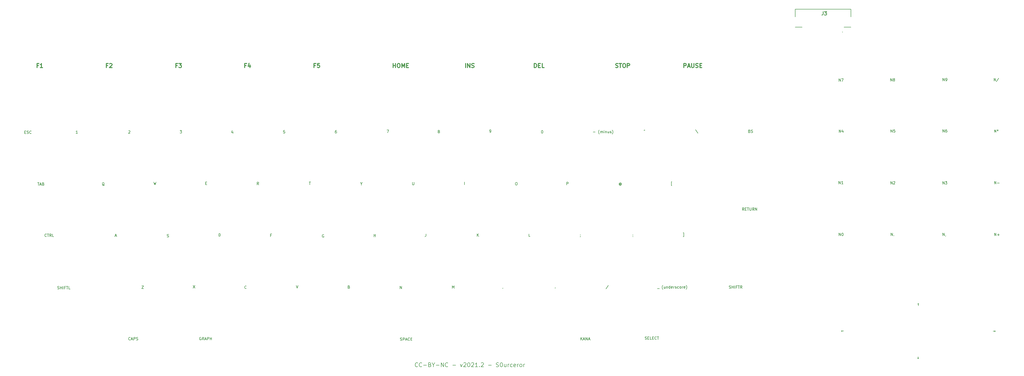
<source format=gbr>
%TF.GenerationSoftware,KiCad,Pcbnew,(6.0.0-rc1-114-gb471945224)*%
%TF.CreationDate,2023-01-31T08:44:57+01:00*%
%TF.ProjectId,HB-F1XD-keyboard,48422d46-3158-4442-9d6b-6579626f6172,1*%
%TF.SameCoordinates,Original*%
%TF.FileFunction,Legend,Top*%
%TF.FilePolarity,Positive*%
%FSLAX46Y46*%
G04 Gerber Fmt 4.6, Leading zero omitted, Abs format (unit mm)*
G04 Created by KiCad (PCBNEW (6.0.0-rc1-114-gb471945224)) date 2023-01-31 08:44:57*
%MOMM*%
%LPD*%
G01*
G04 APERTURE LIST*
%ADD10C,0.150000*%
%ADD11C,0.200000*%
%ADD12C,0.300000*%
%ADD13C,0.254000*%
G04 APERTURE END LIST*
D10*
X173226428Y-206275714D02*
X173155000Y-206347142D01*
X172940714Y-206418571D01*
X172797857Y-206418571D01*
X172583571Y-206347142D01*
X172440714Y-206204285D01*
X172369285Y-206061428D01*
X172297857Y-205775714D01*
X172297857Y-205561428D01*
X172369285Y-205275714D01*
X172440714Y-205132857D01*
X172583571Y-204990000D01*
X172797857Y-204918571D01*
X172940714Y-204918571D01*
X173155000Y-204990000D01*
X173226428Y-205061428D01*
X174726428Y-206275714D02*
X174655000Y-206347142D01*
X174440714Y-206418571D01*
X174297857Y-206418571D01*
X174083571Y-206347142D01*
X173940714Y-206204285D01*
X173869285Y-206061428D01*
X173797857Y-205775714D01*
X173797857Y-205561428D01*
X173869285Y-205275714D01*
X173940714Y-205132857D01*
X174083571Y-204990000D01*
X174297857Y-204918571D01*
X174440714Y-204918571D01*
X174655000Y-204990000D01*
X174726428Y-205061428D01*
X175369285Y-205847142D02*
X176512142Y-205847142D01*
X177726428Y-205632857D02*
X177940714Y-205704285D01*
X178012142Y-205775714D01*
X178083571Y-205918571D01*
X178083571Y-206132857D01*
X178012142Y-206275714D01*
X177940714Y-206347142D01*
X177797857Y-206418571D01*
X177226428Y-206418571D01*
X177226428Y-204918571D01*
X177726428Y-204918571D01*
X177869285Y-204990000D01*
X177940714Y-205061428D01*
X178012142Y-205204285D01*
X178012142Y-205347142D01*
X177940714Y-205490000D01*
X177869285Y-205561428D01*
X177726428Y-205632857D01*
X177226428Y-205632857D01*
X179012142Y-205704285D02*
X179012142Y-206418571D01*
X178512142Y-204918571D02*
X179012142Y-205704285D01*
X179512142Y-204918571D01*
X180012142Y-205847142D02*
X181155000Y-205847142D01*
X181869285Y-206418571D02*
X181869285Y-204918571D01*
X182726428Y-206418571D01*
X182726428Y-204918571D01*
X184297857Y-206275714D02*
X184226428Y-206347142D01*
X184012142Y-206418571D01*
X183869285Y-206418571D01*
X183655000Y-206347142D01*
X183512142Y-206204285D01*
X183440714Y-206061428D01*
X183369285Y-205775714D01*
X183369285Y-205561428D01*
X183440714Y-205275714D01*
X183512142Y-205132857D01*
X183655000Y-204990000D01*
X183869285Y-204918571D01*
X184012142Y-204918571D01*
X184226428Y-204990000D01*
X184297857Y-205061428D01*
X186083571Y-205847142D02*
X187226428Y-205847142D01*
X188940714Y-205418571D02*
X189297857Y-206418571D01*
X189655000Y-205418571D01*
X190155000Y-205061428D02*
X190226428Y-204990000D01*
X190369285Y-204918571D01*
X190726428Y-204918571D01*
X190869285Y-204990000D01*
X190940714Y-205061428D01*
X191012142Y-205204285D01*
X191012142Y-205347142D01*
X190940714Y-205561428D01*
X190083571Y-206418571D01*
X191012142Y-206418571D01*
X191940714Y-204918571D02*
X192083571Y-204918571D01*
X192226428Y-204990000D01*
X192297857Y-205061428D01*
X192369285Y-205204285D01*
X192440714Y-205490000D01*
X192440714Y-205847142D01*
X192369285Y-206132857D01*
X192297857Y-206275714D01*
X192226428Y-206347142D01*
X192083571Y-206418571D01*
X191940714Y-206418571D01*
X191797857Y-206347142D01*
X191726428Y-206275714D01*
X191655000Y-206132857D01*
X191583571Y-205847142D01*
X191583571Y-205490000D01*
X191655000Y-205204285D01*
X191726428Y-205061428D01*
X191797857Y-204990000D01*
X191940714Y-204918571D01*
X193012142Y-205061428D02*
X193083571Y-204990000D01*
X193226428Y-204918571D01*
X193583571Y-204918571D01*
X193726428Y-204990000D01*
X193797857Y-205061428D01*
X193869285Y-205204285D01*
X193869285Y-205347142D01*
X193797857Y-205561428D01*
X192940714Y-206418571D01*
X193869285Y-206418571D01*
X195297857Y-206418571D02*
X194440714Y-206418571D01*
X194869285Y-206418571D02*
X194869285Y-204918571D01*
X194726428Y-205132857D01*
X194583571Y-205275714D01*
X194440714Y-205347142D01*
X195940714Y-206275714D02*
X196012142Y-206347142D01*
X195940714Y-206418571D01*
X195869285Y-206347142D01*
X195940714Y-206275714D01*
X195940714Y-206418571D01*
X196583571Y-205061428D02*
X196655000Y-204990000D01*
X196797857Y-204918571D01*
X197155000Y-204918571D01*
X197297857Y-204990000D01*
X197369285Y-205061428D01*
X197440714Y-205204285D01*
X197440714Y-205347142D01*
X197369285Y-205561428D01*
X196512142Y-206418571D01*
X197440714Y-206418571D01*
X199226428Y-205847142D02*
X200369285Y-205847142D01*
X202155000Y-206347142D02*
X202369285Y-206418571D01*
X202726428Y-206418571D01*
X202869285Y-206347142D01*
X202940714Y-206275714D01*
X203012142Y-206132857D01*
X203012142Y-205990000D01*
X202940714Y-205847142D01*
X202869285Y-205775714D01*
X202726428Y-205704285D01*
X202440714Y-205632857D01*
X202297857Y-205561428D01*
X202226428Y-205490000D01*
X202155000Y-205347142D01*
X202155000Y-205204285D01*
X202226428Y-205061428D01*
X202297857Y-204990000D01*
X202440714Y-204918571D01*
X202797857Y-204918571D01*
X203012142Y-204990000D01*
X203940714Y-204918571D02*
X204083571Y-204918571D01*
X204226428Y-204990000D01*
X204297857Y-205061428D01*
X204369285Y-205204285D01*
X204440714Y-205490000D01*
X204440714Y-205847142D01*
X204369285Y-206132857D01*
X204297857Y-206275714D01*
X204226428Y-206347142D01*
X204083571Y-206418571D01*
X203940714Y-206418571D01*
X203797857Y-206347142D01*
X203726428Y-206275714D01*
X203655000Y-206132857D01*
X203583571Y-205847142D01*
X203583571Y-205490000D01*
X203655000Y-205204285D01*
X203726428Y-205061428D01*
X203797857Y-204990000D01*
X203940714Y-204918571D01*
X205726428Y-205418571D02*
X205726428Y-206418571D01*
X205083571Y-205418571D02*
X205083571Y-206204285D01*
X205155000Y-206347142D01*
X205297857Y-206418571D01*
X205512142Y-206418571D01*
X205655000Y-206347142D01*
X205726428Y-206275714D01*
X206440714Y-206418571D02*
X206440714Y-205418571D01*
X206440714Y-205704285D02*
X206512142Y-205561428D01*
X206583571Y-205490000D01*
X206726428Y-205418571D01*
X206869285Y-205418571D01*
X208012142Y-206347142D02*
X207869285Y-206418571D01*
X207583571Y-206418571D01*
X207440714Y-206347142D01*
X207369285Y-206275714D01*
X207297857Y-206132857D01*
X207297857Y-205704285D01*
X207369285Y-205561428D01*
X207440714Y-205490000D01*
X207583571Y-205418571D01*
X207869285Y-205418571D01*
X208012142Y-205490000D01*
X209226428Y-206347142D02*
X209083571Y-206418571D01*
X208797857Y-206418571D01*
X208655000Y-206347142D01*
X208583571Y-206204285D01*
X208583571Y-205632857D01*
X208655000Y-205490000D01*
X208797857Y-205418571D01*
X209083571Y-205418571D01*
X209226428Y-205490000D01*
X209297857Y-205632857D01*
X209297857Y-205775714D01*
X208583571Y-205918571D01*
X209940714Y-206418571D02*
X209940714Y-205418571D01*
X209940714Y-205704285D02*
X210012142Y-205561428D01*
X210083571Y-205490000D01*
X210226428Y-205418571D01*
X210369285Y-205418571D01*
X211083571Y-206418571D02*
X210940714Y-206347142D01*
X210869285Y-206275714D01*
X210797857Y-206132857D01*
X210797857Y-205704285D01*
X210869285Y-205561428D01*
X210940714Y-205490000D01*
X211083571Y-205418571D01*
X211297857Y-205418571D01*
X211440714Y-205490000D01*
X211512142Y-205561428D01*
X211583571Y-205704285D01*
X211583571Y-206132857D01*
X211512142Y-206275714D01*
X211440714Y-206347142D01*
X211297857Y-206418571D01*
X211083571Y-206418571D01*
X212226428Y-206418571D02*
X212226428Y-205418571D01*
X212226428Y-205704285D02*
X212297857Y-205561428D01*
X212369285Y-205490000D01*
X212512142Y-205418571D01*
X212655000Y-205418571D01*
D11*
%TO.C,SW1*%
X218954257Y-119395154D02*
X219049495Y-119395154D01*
X219144733Y-119442774D01*
X219192352Y-119490393D01*
X219239971Y-119585631D01*
X219287590Y-119776107D01*
X219287590Y-120014202D01*
X219239971Y-120204678D01*
X219192352Y-120299916D01*
X219144733Y-120347535D01*
X219049495Y-120395154D01*
X218954257Y-120395154D01*
X218859019Y-120347535D01*
X218811400Y-120299916D01*
X218763781Y-120204678D01*
X218716162Y-120014202D01*
X218716162Y-119776107D01*
X218763781Y-119585631D01*
X218811400Y-119490393D01*
X218859019Y-119442774D01*
X218954257Y-119395154D01*
%TO.C,SW3*%
X66876887Y-119542605D02*
X66924506Y-119494986D01*
X67019744Y-119447366D01*
X67257839Y-119447366D01*
X67353077Y-119494986D01*
X67400696Y-119542605D01*
X67448315Y-119637843D01*
X67448315Y-119733081D01*
X67400696Y-119875938D01*
X66829268Y-120447366D01*
X67448315Y-120447366D01*
%TO.C,SW4*%
X85777660Y-119364259D02*
X86396707Y-119364259D01*
X86063374Y-119745212D01*
X86206231Y-119745212D01*
X86301469Y-119792831D01*
X86349088Y-119840450D01*
X86396707Y-119935688D01*
X86396707Y-120173783D01*
X86349088Y-120269021D01*
X86301469Y-120316640D01*
X86206231Y-120364259D01*
X85920517Y-120364259D01*
X85825279Y-120316640D01*
X85777660Y-120269021D01*
%TO.C,SW2*%
X48125941Y-120447366D02*
X47554513Y-120447366D01*
X47840227Y-120447366D02*
X47840227Y-119447366D01*
X47744989Y-119590224D01*
X47649751Y-119685462D01*
X47554513Y-119733081D01*
D12*
%TO.C,SW89*%
X271139987Y-96256928D02*
X271139987Y-94732928D01*
X271720559Y-94732928D01*
X271865702Y-94805500D01*
X271938273Y-94878071D01*
X272010844Y-95023214D01*
X272010844Y-95240928D01*
X271938273Y-95386071D01*
X271865702Y-95458642D01*
X271720559Y-95531214D01*
X271139987Y-95531214D01*
X272591416Y-95821500D02*
X273317130Y-95821500D01*
X272446273Y-96256928D02*
X272954273Y-94732928D01*
X273462273Y-96256928D01*
X273970273Y-94732928D02*
X273970273Y-95966642D01*
X274042844Y-96111785D01*
X274115416Y-96184357D01*
X274260559Y-96256928D01*
X274550844Y-96256928D01*
X274695987Y-96184357D01*
X274768559Y-96111785D01*
X274841130Y-95966642D01*
X274841130Y-94732928D01*
X275494273Y-96184357D02*
X275711987Y-96256928D01*
X276074844Y-96256928D01*
X276219987Y-96184357D01*
X276292559Y-96111785D01*
X276365130Y-95966642D01*
X276365130Y-95821500D01*
X276292559Y-95676357D01*
X276219987Y-95603785D01*
X276074844Y-95531214D01*
X275784559Y-95458642D01*
X275639416Y-95386071D01*
X275566844Y-95313500D01*
X275494273Y-95168357D01*
X275494273Y-95023214D01*
X275566844Y-94878071D01*
X275639416Y-94805500D01*
X275784559Y-94732928D01*
X276147416Y-94732928D01*
X276365130Y-94805500D01*
X277018273Y-95458642D02*
X277526273Y-95458642D01*
X277743987Y-96256928D02*
X277018273Y-96256928D01*
X277018273Y-94732928D01*
X277743987Y-94732928D01*
%TO.C,SW68*%
X216128728Y-96256928D02*
X216128728Y-94732928D01*
X216491585Y-94732928D01*
X216709299Y-94805500D01*
X216854442Y-94950642D01*
X216927014Y-95095785D01*
X216999585Y-95386071D01*
X216999585Y-95603785D01*
X216927014Y-95894071D01*
X216854442Y-96039214D01*
X216709299Y-96184357D01*
X216491585Y-96256928D01*
X216128728Y-96256928D01*
X217652728Y-95458642D02*
X218160728Y-95458642D01*
X218378442Y-96256928D02*
X217652728Y-96256928D01*
X217652728Y-94732928D01*
X218378442Y-94732928D01*
X219757299Y-96256928D02*
X219031585Y-96256928D01*
X219031585Y-94732928D01*
%TO.C,SW67*%
X190836400Y-96256928D02*
X190836400Y-94732928D01*
X191562114Y-96256928D02*
X191562114Y-94732928D01*
X192432971Y-96256928D01*
X192432971Y-94732928D01*
X193086114Y-96184357D02*
X193303828Y-96256928D01*
X193666685Y-96256928D01*
X193811828Y-96184357D01*
X193884400Y-96111785D01*
X193956971Y-95966642D01*
X193956971Y-95821500D01*
X193884400Y-95676357D01*
X193811828Y-95603785D01*
X193666685Y-95531214D01*
X193376400Y-95458642D01*
X193231257Y-95386071D01*
X193158685Y-95313500D01*
X193086114Y-95168357D01*
X193086114Y-95023214D01*
X193158685Y-94878071D01*
X193231257Y-94805500D01*
X193376400Y-94732928D01*
X193739257Y-94732928D01*
X193956971Y-94805500D01*
%TO.C,SW66*%
X164211000Y-96256928D02*
X164211000Y-94732928D01*
X164211000Y-95458642D02*
X165081857Y-95458642D01*
X165081857Y-96256928D02*
X165081857Y-94732928D01*
X166097857Y-94732928D02*
X166388142Y-94732928D01*
X166533285Y-94805500D01*
X166678428Y-94950642D01*
X166751000Y-95240928D01*
X166751000Y-95748928D01*
X166678428Y-96039214D01*
X166533285Y-96184357D01*
X166388142Y-96256928D01*
X166097857Y-96256928D01*
X165952714Y-96184357D01*
X165807571Y-96039214D01*
X165735000Y-95748928D01*
X165735000Y-95240928D01*
X165807571Y-94950642D01*
X165952714Y-94805500D01*
X166097857Y-94732928D01*
X167404142Y-96256928D02*
X167404142Y-94732928D01*
X167912142Y-95821500D01*
X168420142Y-94732928D01*
X168420142Y-96256928D01*
X169145857Y-95458642D02*
X169653857Y-95458642D01*
X169871571Y-96256928D02*
X169145857Y-96256928D01*
X169145857Y-94732928D01*
X169871571Y-94732928D01*
%TO.C,SW61*%
X246054967Y-96184357D02*
X246272681Y-96256928D01*
X246635538Y-96256928D01*
X246780681Y-96184357D01*
X246853253Y-96111785D01*
X246925824Y-95966642D01*
X246925824Y-95821500D01*
X246853253Y-95676357D01*
X246780681Y-95603785D01*
X246635538Y-95531214D01*
X246345253Y-95458642D01*
X246200110Y-95386071D01*
X246127538Y-95313500D01*
X246054967Y-95168357D01*
X246054967Y-95023214D01*
X246127538Y-94878071D01*
X246200110Y-94805500D01*
X246345253Y-94732928D01*
X246708110Y-94732928D01*
X246925824Y-94805500D01*
X247361253Y-94732928D02*
X248232110Y-94732928D01*
X247796681Y-96256928D02*
X247796681Y-94732928D01*
X249030395Y-94732928D02*
X249320681Y-94732928D01*
X249465824Y-94805500D01*
X249610967Y-94950642D01*
X249683538Y-95240928D01*
X249683538Y-95748928D01*
X249610967Y-96039214D01*
X249465824Y-96184357D01*
X249320681Y-96256928D01*
X249030395Y-96256928D01*
X248885253Y-96184357D01*
X248740110Y-96039214D01*
X248667538Y-95748928D01*
X248667538Y-95240928D01*
X248740110Y-94950642D01*
X248885253Y-94805500D01*
X249030395Y-94732928D01*
X250336681Y-96256928D02*
X250336681Y-94732928D01*
X250917253Y-94732928D01*
X251062395Y-94805500D01*
X251134967Y-94878071D01*
X251207538Y-95023214D01*
X251207538Y-95240928D01*
X251134967Y-95386071D01*
X251062395Y-95458642D01*
X250917253Y-95531214D01*
X250336681Y-95531214D01*
%TO.C,SW58*%
X135594337Y-95458642D02*
X135086337Y-95458642D01*
X135086337Y-96256928D02*
X135086337Y-94732928D01*
X135812051Y-94732928D01*
X137118337Y-94732928D02*
X136392622Y-94732928D01*
X136320051Y-95458642D01*
X136392622Y-95386071D01*
X136537765Y-95313500D01*
X136900622Y-95313500D01*
X137045765Y-95386071D01*
X137118337Y-95458642D01*
X137190908Y-95603785D01*
X137190908Y-95966642D01*
X137118337Y-96111785D01*
X137045765Y-96184357D01*
X136900622Y-96256928D01*
X136537765Y-96256928D01*
X136392622Y-96184357D01*
X136320051Y-96111785D01*
%TO.C,SW57*%
X110109931Y-95458642D02*
X109601931Y-95458642D01*
X109601931Y-96256928D02*
X109601931Y-94732928D01*
X110327645Y-94732928D01*
X111561359Y-95240928D02*
X111561359Y-96256928D01*
X111198502Y-94660357D02*
X110835645Y-95748928D01*
X111779073Y-95748928D01*
D13*
%TO.C,J3*%
X322311616Y-75610793D02*
X322311616Y-76517936D01*
X322251140Y-76699365D01*
X322130188Y-76820317D01*
X321948759Y-76880793D01*
X321827807Y-76880793D01*
X322795426Y-75610793D02*
X323581616Y-75610793D01*
X323158283Y-76094603D01*
X323339711Y-76094603D01*
X323460664Y-76155079D01*
X323521140Y-76215555D01*
X323581616Y-76336508D01*
X323581616Y-76638889D01*
X323521140Y-76759841D01*
X323460664Y-76820317D01*
X323339711Y-76880793D01*
X322976854Y-76880793D01*
X322855902Y-76820317D01*
X322795426Y-76759841D01*
D11*
%TO.C,SW39*%
X57942627Y-139665346D02*
X57847389Y-139617727D01*
X57752151Y-139522488D01*
X57609294Y-139379631D01*
X57514056Y-139332012D01*
X57418818Y-139332012D01*
X57466437Y-139570107D02*
X57371199Y-139522488D01*
X57275961Y-139427250D01*
X57228342Y-139236774D01*
X57228342Y-138903441D01*
X57275961Y-138712965D01*
X57371199Y-138617727D01*
X57466437Y-138570107D01*
X57656913Y-138570107D01*
X57752151Y-138617727D01*
X57847389Y-138712965D01*
X57895008Y-138903441D01*
X57895008Y-139236774D01*
X57847389Y-139427250D01*
X57752151Y-139522488D01*
X57656913Y-139570107D01*
X57466437Y-139570107D01*
%TO.C,SW91*%
X287829299Y-177493667D02*
X287972156Y-177541286D01*
X288210251Y-177541286D01*
X288305489Y-177493667D01*
X288353108Y-177446048D01*
X288400727Y-177350810D01*
X288400727Y-177255572D01*
X288353108Y-177160334D01*
X288305489Y-177112715D01*
X288210251Y-177065096D01*
X288019775Y-177017477D01*
X287924537Y-176969858D01*
X287876918Y-176922239D01*
X287829299Y-176827001D01*
X287829299Y-176731763D01*
X287876918Y-176636525D01*
X287924537Y-176588906D01*
X288019775Y-176541286D01*
X288257870Y-176541286D01*
X288400727Y-176588906D01*
X288829299Y-177541286D02*
X288829299Y-176541286D01*
X288829299Y-177017477D02*
X289400727Y-177017477D01*
X289400727Y-177541286D02*
X289400727Y-176541286D01*
X289876918Y-177541286D02*
X289876918Y-176541286D01*
X290686442Y-177017477D02*
X290353108Y-177017477D01*
X290353108Y-177541286D02*
X290353108Y-176541286D01*
X290829299Y-176541286D01*
X291067394Y-176541286D02*
X291638823Y-176541286D01*
X291353108Y-177541286D02*
X291353108Y-176541286D01*
X292543584Y-177541286D02*
X292210251Y-177065096D01*
X291972156Y-177541286D02*
X291972156Y-176541286D01*
X292353108Y-176541286D01*
X292448346Y-176588906D01*
X292495965Y-176636525D01*
X292543584Y-176731763D01*
X292543584Y-176874620D01*
X292495965Y-176969858D01*
X292448346Y-177017477D01*
X292353108Y-177065096D01*
X291972156Y-177065096D01*
%TO.C,SW5*%
X105232831Y-119784555D02*
X105232831Y-120451221D01*
X104994736Y-119403602D02*
X104756641Y-120117888D01*
X105375688Y-120117888D01*
%TO.C,SW6*%
X124329164Y-119405262D02*
X123852974Y-119405262D01*
X123805355Y-119881453D01*
X123852974Y-119833834D01*
X123948212Y-119786215D01*
X124186307Y-119786215D01*
X124281545Y-119833834D01*
X124329164Y-119881453D01*
X124376783Y-119976691D01*
X124376783Y-120214786D01*
X124329164Y-120310024D01*
X124281545Y-120357643D01*
X124186307Y-120405262D01*
X123948212Y-120405262D01*
X123852974Y-120357643D01*
X123805355Y-120310024D01*
%TO.C,SW7*%
X143332408Y-119357154D02*
X143141932Y-119357154D01*
X143046694Y-119404774D01*
X142999075Y-119452393D01*
X142903837Y-119595250D01*
X142856218Y-119785726D01*
X142856218Y-120166678D01*
X142903837Y-120261916D01*
X142951456Y-120309535D01*
X143046694Y-120357154D01*
X143237170Y-120357154D01*
X143332408Y-120309535D01*
X143380027Y-120261916D01*
X143427646Y-120166678D01*
X143427646Y-119928583D01*
X143380027Y-119833345D01*
X143332408Y-119785726D01*
X143237170Y-119738107D01*
X143046694Y-119738107D01*
X142951456Y-119785726D01*
X142903837Y-119833345D01*
X142856218Y-119928583D01*
%TO.C,SW8*%
X161907571Y-119212829D02*
X162574237Y-119212829D01*
X162145666Y-120212829D01*
%TO.C,SW9*%
X180894379Y-119748863D02*
X180799141Y-119701244D01*
X180751522Y-119653625D01*
X180703903Y-119558387D01*
X180703903Y-119510768D01*
X180751522Y-119415530D01*
X180799141Y-119367911D01*
X180894379Y-119320291D01*
X181084855Y-119320291D01*
X181180093Y-119367911D01*
X181227712Y-119415530D01*
X181275331Y-119510768D01*
X181275331Y-119558387D01*
X181227712Y-119653625D01*
X181180093Y-119701244D01*
X181084855Y-119748863D01*
X180894379Y-119748863D01*
X180799141Y-119796482D01*
X180751522Y-119844101D01*
X180703903Y-119939339D01*
X180703903Y-120129815D01*
X180751522Y-120225053D01*
X180799141Y-120272672D01*
X180894379Y-120320291D01*
X181084855Y-120320291D01*
X181180093Y-120272672D01*
X181227712Y-120225053D01*
X181275331Y-120129815D01*
X181275331Y-119939339D01*
X181227712Y-119844101D01*
X181180093Y-119796482D01*
X181084855Y-119748863D01*
%TO.C,SW10*%
X199736920Y-120134627D02*
X199927396Y-120134627D01*
X200022634Y-120087008D01*
X200070253Y-120039389D01*
X200165491Y-119896532D01*
X200213110Y-119706056D01*
X200213110Y-119325104D01*
X200165491Y-119229866D01*
X200117872Y-119182247D01*
X200022634Y-119134627D01*
X199832158Y-119134627D01*
X199736920Y-119182247D01*
X199689301Y-119229866D01*
X199641682Y-119325104D01*
X199641682Y-119563199D01*
X199689301Y-119658437D01*
X199736920Y-119706056D01*
X199832158Y-119753675D01*
X200022634Y-119753675D01*
X200117872Y-119706056D01*
X200165491Y-119658437D01*
X200213110Y-119563199D01*
%TO.C,SW11*%
X237774425Y-119957284D02*
X238536330Y-119957284D01*
X240060139Y-120719189D02*
X240012520Y-120671570D01*
X239917282Y-120528713D01*
X239869663Y-120433475D01*
X239822044Y-120290617D01*
X239774425Y-120052522D01*
X239774425Y-119862046D01*
X239822044Y-119623951D01*
X239869663Y-119481094D01*
X239917282Y-119385856D01*
X240012520Y-119242998D01*
X240060139Y-119195379D01*
X240441091Y-120338236D02*
X240441091Y-119671570D01*
X240441091Y-119766808D02*
X240488710Y-119719189D01*
X240583949Y-119671570D01*
X240726806Y-119671570D01*
X240822044Y-119719189D01*
X240869663Y-119814427D01*
X240869663Y-120338236D01*
X240869663Y-119814427D02*
X240917282Y-119719189D01*
X241012520Y-119671570D01*
X241155377Y-119671570D01*
X241250615Y-119719189D01*
X241298234Y-119814427D01*
X241298234Y-120338236D01*
X241774425Y-120338236D02*
X241774425Y-119671570D01*
X241774425Y-119338236D02*
X241726806Y-119385856D01*
X241774425Y-119433475D01*
X241822044Y-119385856D01*
X241774425Y-119338236D01*
X241774425Y-119433475D01*
X242250615Y-119671570D02*
X242250615Y-120338236D01*
X242250615Y-119766808D02*
X242298234Y-119719189D01*
X242393472Y-119671570D01*
X242536330Y-119671570D01*
X242631568Y-119719189D01*
X242679187Y-119814427D01*
X242679187Y-120338236D01*
X243583949Y-119671570D02*
X243583949Y-120338236D01*
X243155377Y-119671570D02*
X243155377Y-120195379D01*
X243202996Y-120290617D01*
X243298234Y-120338236D01*
X243441091Y-120338236D01*
X243536330Y-120290617D01*
X243583949Y-120242998D01*
X244012520Y-120290617D02*
X244107758Y-120338236D01*
X244298234Y-120338236D01*
X244393472Y-120290617D01*
X244441091Y-120195379D01*
X244441091Y-120147760D01*
X244393472Y-120052522D01*
X244298234Y-120004903D01*
X244155377Y-120004903D01*
X244060139Y-119957284D01*
X244012520Y-119862046D01*
X244012520Y-119814427D01*
X244060139Y-119719189D01*
X244155377Y-119671570D01*
X244298234Y-119671570D01*
X244393472Y-119719189D01*
X244774425Y-120719189D02*
X244822044Y-120671570D01*
X244917282Y-120528713D01*
X244964901Y-120433475D01*
X245012520Y-120290617D01*
X245060139Y-120052522D01*
X245060139Y-119862046D01*
X245012520Y-119623951D01*
X244964901Y-119481094D01*
X244917282Y-119385856D01*
X244822044Y-119242998D01*
X244774425Y-119195379D01*
%TO.C,SW12*%
X256471457Y-119376557D02*
X256661933Y-119233699D01*
X256852409Y-119376557D01*
%TO.C,SW13*%
X275469208Y-119078955D02*
X276326351Y-120364670D01*
%TO.C,SW14*%
X247962970Y-138989305D02*
X247915351Y-138941686D01*
X247820113Y-138894067D01*
X247724875Y-138894067D01*
X247629637Y-138941686D01*
X247582018Y-138989305D01*
X247534399Y-139084543D01*
X247534399Y-139179781D01*
X247582018Y-139275019D01*
X247629637Y-139322638D01*
X247724875Y-139370257D01*
X247820113Y-139370257D01*
X247915351Y-139322638D01*
X247962970Y-139275019D01*
X247962970Y-138894067D02*
X247962970Y-139275019D01*
X248010589Y-139322638D01*
X248058208Y-139322638D01*
X248153447Y-139275019D01*
X248201066Y-139179781D01*
X248201066Y-138941686D01*
X248105828Y-138798829D01*
X247962970Y-138703591D01*
X247772494Y-138655972D01*
X247582018Y-138703591D01*
X247439161Y-138798829D01*
X247343923Y-138941686D01*
X247296304Y-139132162D01*
X247343923Y-139322638D01*
X247439161Y-139465495D01*
X247582018Y-139560734D01*
X247772494Y-139608353D01*
X247962970Y-139560734D01*
X248105828Y-139465495D01*
%TO.C,SW15*%
X266759495Y-139654499D02*
X266521400Y-139654499D01*
X266521400Y-138225927D01*
X266759495Y-138225927D01*
%TO.C,SW16*%
X233105305Y-158334909D02*
X233105305Y-158382528D01*
X233057686Y-158477767D01*
X233010067Y-158525386D01*
X233057686Y-157763481D02*
X233105305Y-157811100D01*
X233057686Y-157858719D01*
X233010067Y-157811100D01*
X233057686Y-157763481D01*
X233057686Y-157858719D01*
%TO.C,SW17*%
X252383246Y-158355785D02*
X252430865Y-158403404D01*
X252383246Y-158451023D01*
X252335627Y-158403404D01*
X252383246Y-158355785D01*
X252383246Y-158451023D01*
X252383246Y-157831976D02*
X252430865Y-157879595D01*
X252383246Y-157927214D01*
X252335627Y-157879595D01*
X252383246Y-157831976D01*
X252383246Y-157927214D01*
%TO.C,SW18*%
X270906596Y-158490804D02*
X271144691Y-158490804D01*
X271144691Y-157062232D01*
X270906596Y-157062232D01*
%TO.C,SW19*%
X204569822Y-177357888D02*
X204569822Y-177405507D01*
X204522203Y-177500746D01*
X204474584Y-177548365D01*
%TO.C,SW20*%
X223812526Y-177310269D02*
X223860145Y-177357888D01*
X223812526Y-177405507D01*
X223764907Y-177357888D01*
X223812526Y-177310269D01*
X223812526Y-177405507D01*
%TO.C,SW21*%
X243382788Y-176452039D02*
X242525646Y-177737754D01*
%TO.C,SW22*%
X261383800Y-177594897D02*
X262145704Y-177594897D01*
X263431419Y-177880611D02*
X263383800Y-177832992D01*
X263288561Y-177690135D01*
X263240942Y-177594897D01*
X263193323Y-177452039D01*
X263145704Y-177213944D01*
X263145704Y-177023468D01*
X263193323Y-176785373D01*
X263240942Y-176642516D01*
X263288561Y-176547278D01*
X263383800Y-176404420D01*
X263431419Y-176356801D01*
X264240942Y-176832992D02*
X264240942Y-177499658D01*
X263812371Y-176832992D02*
X263812371Y-177356801D01*
X263859990Y-177452039D01*
X263955228Y-177499658D01*
X264098085Y-177499658D01*
X264193323Y-177452039D01*
X264240942Y-177404420D01*
X264717133Y-176832992D02*
X264717133Y-177499658D01*
X264717133Y-176928230D02*
X264764752Y-176880611D01*
X264859990Y-176832992D01*
X265002847Y-176832992D01*
X265098085Y-176880611D01*
X265145704Y-176975849D01*
X265145704Y-177499658D01*
X266050466Y-177499658D02*
X266050466Y-176499658D01*
X266050466Y-177452039D02*
X265955228Y-177499658D01*
X265764752Y-177499658D01*
X265669514Y-177452039D01*
X265621895Y-177404420D01*
X265574276Y-177309182D01*
X265574276Y-177023468D01*
X265621895Y-176928230D01*
X265669514Y-176880611D01*
X265764752Y-176832992D01*
X265955228Y-176832992D01*
X266050466Y-176880611D01*
X266907609Y-177452039D02*
X266812371Y-177499658D01*
X266621895Y-177499658D01*
X266526657Y-177452039D01*
X266479038Y-177356801D01*
X266479038Y-176975849D01*
X266526657Y-176880611D01*
X266621895Y-176832992D01*
X266812371Y-176832992D01*
X266907609Y-176880611D01*
X266955228Y-176975849D01*
X266955228Y-177071087D01*
X266479038Y-177166325D01*
X267383800Y-177499658D02*
X267383800Y-176832992D01*
X267383800Y-177023468D02*
X267431419Y-176928230D01*
X267479038Y-176880611D01*
X267574276Y-176832992D01*
X267669514Y-176832992D01*
X267955228Y-177452039D02*
X268050466Y-177499658D01*
X268240942Y-177499658D01*
X268336180Y-177452039D01*
X268383800Y-177356801D01*
X268383800Y-177309182D01*
X268336180Y-177213944D01*
X268240942Y-177166325D01*
X268098085Y-177166325D01*
X268002847Y-177118706D01*
X267955228Y-177023468D01*
X267955228Y-176975849D01*
X268002847Y-176880611D01*
X268098085Y-176832992D01*
X268240942Y-176832992D01*
X268336180Y-176880611D01*
X269240942Y-177452039D02*
X269145704Y-177499658D01*
X268955228Y-177499658D01*
X268859990Y-177452039D01*
X268812371Y-177404420D01*
X268764752Y-177309182D01*
X268764752Y-177023468D01*
X268812371Y-176928230D01*
X268859990Y-176880611D01*
X268955228Y-176832992D01*
X269145704Y-176832992D01*
X269240942Y-176880611D01*
X269812371Y-177499658D02*
X269717133Y-177452039D01*
X269669514Y-177404420D01*
X269621895Y-177309182D01*
X269621895Y-177023468D01*
X269669514Y-176928230D01*
X269717133Y-176880611D01*
X269812371Y-176832992D01*
X269955228Y-176832992D01*
X270050466Y-176880611D01*
X270098085Y-176928230D01*
X270145704Y-177023468D01*
X270145704Y-177309182D01*
X270098085Y-177404420D01*
X270050466Y-177452039D01*
X269955228Y-177499658D01*
X269812371Y-177499658D01*
X270574276Y-177499658D02*
X270574276Y-176832992D01*
X270574276Y-177023468D02*
X270621895Y-176928230D01*
X270669514Y-176880611D01*
X270764752Y-176832992D01*
X270859990Y-176832992D01*
X271574276Y-177452039D02*
X271479038Y-177499658D01*
X271288561Y-177499658D01*
X271193323Y-177452039D01*
X271145704Y-177356801D01*
X271145704Y-176975849D01*
X271193323Y-176880611D01*
X271288561Y-176832992D01*
X271479038Y-176832992D01*
X271574276Y-176880611D01*
X271621895Y-176975849D01*
X271621895Y-177071087D01*
X271145704Y-177166325D01*
X271955228Y-177880611D02*
X272002847Y-177832992D01*
X272098085Y-177690135D01*
X272145704Y-177594897D01*
X272193323Y-177452039D01*
X272240942Y-177213944D01*
X272240942Y-177023468D01*
X272193323Y-176785373D01*
X272145704Y-176642516D01*
X272098085Y-176547278D01*
X272002847Y-176404420D01*
X271955228Y-176356801D01*
%TO.C,SW23*%
X61914314Y-158183331D02*
X62390504Y-158183331D01*
X61819076Y-158469045D02*
X62152409Y-157469045D01*
X62485742Y-158469045D01*
%TO.C,SW24*%
X147930507Y-177024645D02*
X148073364Y-177072264D01*
X148120983Y-177119883D01*
X148168602Y-177215121D01*
X148168602Y-177357978D01*
X148120983Y-177453216D01*
X148073364Y-177500835D01*
X147978126Y-177548454D01*
X147597174Y-177548454D01*
X147597174Y-176548454D01*
X147930507Y-176548454D01*
X148025745Y-176596074D01*
X148073364Y-176643693D01*
X148120983Y-176738931D01*
X148120983Y-176834169D01*
X148073364Y-176929407D01*
X148025745Y-176977026D01*
X147930507Y-177024645D01*
X147597174Y-177024645D01*
%TO.C,SW25*%
X110201603Y-177517200D02*
X110153984Y-177564819D01*
X110011127Y-177612438D01*
X109915889Y-177612438D01*
X109773032Y-177564819D01*
X109677794Y-177469581D01*
X109630175Y-177374343D01*
X109582556Y-177183867D01*
X109582556Y-177041010D01*
X109630175Y-176850534D01*
X109677794Y-176755296D01*
X109773032Y-176660058D01*
X109915889Y-176612438D01*
X110011127Y-176612438D01*
X110153984Y-176660058D01*
X110201603Y-176707677D01*
%TO.C,SW26*%
X100061585Y-158342663D02*
X100061585Y-157342663D01*
X100299680Y-157342663D01*
X100442537Y-157390283D01*
X100537775Y-157485521D01*
X100585394Y-157580759D01*
X100633013Y-157771235D01*
X100633013Y-157914092D01*
X100585394Y-158104568D01*
X100537775Y-158199806D01*
X100442537Y-158295044D01*
X100299680Y-158342663D01*
X100061585Y-158342663D01*
%TO.C,SW27*%
X95182611Y-138833951D02*
X95515944Y-138833951D01*
X95658801Y-139357760D02*
X95182611Y-139357760D01*
X95182611Y-138357760D01*
X95658801Y-138357760D01*
%TO.C,SW28*%
X119391112Y-157980432D02*
X119057779Y-157980432D01*
X119057779Y-158504241D02*
X119057779Y-157504241D01*
X119533969Y-157504241D01*
%TO.C,SW29*%
X138682659Y-157757482D02*
X138587421Y-157709862D01*
X138444564Y-157709862D01*
X138301707Y-157757482D01*
X138206469Y-157852720D01*
X138158850Y-157947958D01*
X138111231Y-158138434D01*
X138111231Y-158281291D01*
X138158850Y-158471767D01*
X138206469Y-158567005D01*
X138301707Y-158662243D01*
X138444564Y-158709862D01*
X138539802Y-158709862D01*
X138682659Y-158662243D01*
X138730278Y-158614624D01*
X138730278Y-158281291D01*
X138539802Y-158281291D01*
%TO.C,SW30*%
X157130408Y-158524472D02*
X157130408Y-157524472D01*
X157130408Y-158000663D02*
X157701836Y-158000663D01*
X157701836Y-158524472D02*
X157701836Y-157524472D01*
%TO.C,SW31*%
X190417150Y-139305728D02*
X190417150Y-138305728D01*
%TO.C,SW32*%
X176288987Y-157450381D02*
X176288987Y-158164667D01*
X176241368Y-158307524D01*
X176146130Y-158402762D01*
X176003273Y-158450381D01*
X175908035Y-158450381D01*
%TO.C,SW33*%
X195097815Y-158417552D02*
X195097815Y-157417552D01*
X195669243Y-158417552D02*
X195240672Y-157846124D01*
X195669243Y-157417552D02*
X195097815Y-157988981D01*
%TO.C,SW34*%
X214599720Y-158431453D02*
X214123530Y-158431453D01*
X214123530Y-157431453D01*
%TO.C,SW35*%
X185923910Y-177492011D02*
X185923910Y-176492011D01*
X186257243Y-177206297D01*
X186590576Y-176492011D01*
X186590576Y-177492011D01*
%TO.C,SW36*%
X166720091Y-177665018D02*
X166720091Y-176665018D01*
X167291519Y-177665018D01*
X167291519Y-176665018D01*
%TO.C,SW37*%
X209421459Y-138514420D02*
X209611935Y-138514420D01*
X209707173Y-138562040D01*
X209802411Y-138657278D01*
X209850030Y-138847754D01*
X209850030Y-139181087D01*
X209802411Y-139371563D01*
X209707173Y-139466801D01*
X209611935Y-139514420D01*
X209421459Y-139514420D01*
X209326221Y-139466801D01*
X209230983Y-139371563D01*
X209183364Y-139181087D01*
X209183364Y-138847754D01*
X209230983Y-138657278D01*
X209326221Y-138562040D01*
X209421459Y-138514420D01*
%TO.C,SW38*%
X228067288Y-139416570D02*
X228067288Y-138416570D01*
X228448240Y-138416570D01*
X228543478Y-138464190D01*
X228591097Y-138511809D01*
X228638716Y-138607047D01*
X228638716Y-138749904D01*
X228591097Y-138845142D01*
X228543478Y-138892761D01*
X228448240Y-138940380D01*
X228067288Y-138940380D01*
%TO.C,SW40*%
X114708686Y-139405868D02*
X114375353Y-138929678D01*
X114137258Y-139405868D02*
X114137258Y-138405868D01*
X114518210Y-138405868D01*
X114613448Y-138453488D01*
X114661067Y-138501107D01*
X114708686Y-138596345D01*
X114708686Y-138739202D01*
X114661067Y-138834440D01*
X114613448Y-138882059D01*
X114518210Y-138929678D01*
X114137258Y-138929678D01*
%TO.C,SW41*%
X81072599Y-158600335D02*
X81215456Y-158647954D01*
X81453551Y-158647954D01*
X81548789Y-158600335D01*
X81596408Y-158552716D01*
X81644027Y-158457478D01*
X81644027Y-158362240D01*
X81596408Y-158267002D01*
X81548789Y-158219383D01*
X81453551Y-158171764D01*
X81263075Y-158124145D01*
X81167837Y-158076526D01*
X81120218Y-158028907D01*
X81072599Y-157933669D01*
X81072599Y-157838431D01*
X81120218Y-157743193D01*
X81167837Y-157695574D01*
X81263075Y-157647954D01*
X81501170Y-157647954D01*
X81644027Y-157695574D01*
%TO.C,SW42*%
X133285806Y-138357760D02*
X133857234Y-138357760D01*
X133571520Y-139357760D02*
X133571520Y-138357760D01*
%TO.C,SW43*%
X171312727Y-138454041D02*
X171312727Y-139263565D01*
X171360346Y-139358803D01*
X171407965Y-139406422D01*
X171503203Y-139454041D01*
X171693679Y-139454041D01*
X171788917Y-139406422D01*
X171836536Y-139358803D01*
X171884155Y-139263565D01*
X171884155Y-138454041D01*
%TO.C,SW44*%
X128570251Y-176454728D02*
X128903584Y-177454728D01*
X129236917Y-176454728D01*
%TO.C,SW45*%
X76129115Y-138362339D02*
X76367210Y-139362339D01*
X76557686Y-138648054D01*
X76748162Y-139362339D01*
X76986258Y-138362339D01*
%TO.C,SW46*%
X90609715Y-176454728D02*
X91276381Y-177454728D01*
X91276381Y-176454728D02*
X90609715Y-177454728D01*
%TO.C,SW47*%
X152540917Y-139030377D02*
X152540917Y-139506567D01*
X152207584Y-138506567D02*
X152540917Y-139030377D01*
X152874250Y-138506567D01*
%TO.C,SW48*%
X71721518Y-176605007D02*
X72388184Y-176605007D01*
X71721518Y-177605007D01*
X72388184Y-177605007D01*
%TO.C,SW49*%
X40756442Y-177728609D02*
X40899299Y-177776228D01*
X41137394Y-177776228D01*
X41232632Y-177728609D01*
X41280251Y-177680990D01*
X41327870Y-177585752D01*
X41327870Y-177490514D01*
X41280251Y-177395276D01*
X41232632Y-177347657D01*
X41137394Y-177300038D01*
X40946918Y-177252419D01*
X40851680Y-177204800D01*
X40804061Y-177157181D01*
X40756442Y-177061943D01*
X40756442Y-176966705D01*
X40804061Y-176871467D01*
X40851680Y-176823848D01*
X40946918Y-176776228D01*
X41185013Y-176776228D01*
X41327870Y-176823848D01*
X41756442Y-177776228D02*
X41756442Y-176776228D01*
X41756442Y-177252419D02*
X42327870Y-177252419D01*
X42327870Y-177776228D02*
X42327870Y-176776228D01*
X42804061Y-177776228D02*
X42804061Y-176776228D01*
X43613585Y-177252419D02*
X43280251Y-177252419D01*
X43280251Y-177776228D02*
X43280251Y-176776228D01*
X43756442Y-176776228D01*
X43994537Y-176776228D02*
X44565966Y-176776228D01*
X44280251Y-177776228D02*
X44280251Y-176776228D01*
X45375489Y-177776228D02*
X44899299Y-177776228D01*
X44899299Y-176776228D01*
%TO.C,SW50*%
X36673739Y-158373807D02*
X36626120Y-158421426D01*
X36483263Y-158469045D01*
X36388025Y-158469045D01*
X36245168Y-158421426D01*
X36149930Y-158326188D01*
X36102311Y-158230950D01*
X36054692Y-158040474D01*
X36054692Y-157897617D01*
X36102311Y-157707141D01*
X36149930Y-157611903D01*
X36245168Y-157516665D01*
X36388025Y-157469045D01*
X36483263Y-157469045D01*
X36626120Y-157516665D01*
X36673739Y-157564284D01*
X36959454Y-157469045D02*
X37530882Y-157469045D01*
X37245168Y-158469045D02*
X37245168Y-157469045D01*
X38435644Y-158469045D02*
X38102311Y-157992855D01*
X37864216Y-158469045D02*
X37864216Y-157469045D01*
X38245168Y-157469045D01*
X38340406Y-157516665D01*
X38388025Y-157564284D01*
X38435644Y-157659522D01*
X38435644Y-157802379D01*
X38388025Y-157897617D01*
X38340406Y-157945236D01*
X38245168Y-157992855D01*
X37864216Y-157992855D01*
X39340406Y-158469045D02*
X38864216Y-158469045D01*
X38864216Y-157469045D01*
%TO.C,SW51*%
X93528271Y-195572117D02*
X93433033Y-195524497D01*
X93290176Y-195524497D01*
X93147319Y-195572117D01*
X93052081Y-195667355D01*
X93004462Y-195762593D01*
X92956843Y-195953069D01*
X92956843Y-196095926D01*
X93004462Y-196286402D01*
X93052081Y-196381640D01*
X93147319Y-196476878D01*
X93290176Y-196524497D01*
X93385414Y-196524497D01*
X93528271Y-196476878D01*
X93575890Y-196429259D01*
X93575890Y-196095926D01*
X93385414Y-196095926D01*
X94575890Y-196524497D02*
X94242557Y-196048307D01*
X94004462Y-196524497D02*
X94004462Y-195524497D01*
X94385414Y-195524497D01*
X94480652Y-195572117D01*
X94528271Y-195619736D01*
X94575890Y-195714974D01*
X94575890Y-195857831D01*
X94528271Y-195953069D01*
X94480652Y-196000688D01*
X94385414Y-196048307D01*
X94004462Y-196048307D01*
X94956843Y-196238783D02*
X95433033Y-196238783D01*
X94861605Y-196524497D02*
X95194938Y-195524497D01*
X95528271Y-196524497D01*
X95861605Y-196524497D02*
X95861605Y-195524497D01*
X96242557Y-195524497D01*
X96337795Y-195572117D01*
X96385414Y-195619736D01*
X96433033Y-195714974D01*
X96433033Y-195857831D01*
X96385414Y-195953069D01*
X96337795Y-196000688D01*
X96242557Y-196048307D01*
X95861605Y-196048307D01*
X96861605Y-196524497D02*
X96861605Y-195524497D01*
X96861605Y-196000688D02*
X97433033Y-196000688D01*
X97433033Y-196524497D02*
X97433033Y-195524497D01*
%TO.C,SW52*%
X67510699Y-196454451D02*
X67463080Y-196502070D01*
X67320223Y-196549689D01*
X67224985Y-196549689D01*
X67082128Y-196502070D01*
X66986890Y-196406832D01*
X66939271Y-196311594D01*
X66891652Y-196121118D01*
X66891652Y-195978261D01*
X66939271Y-195787785D01*
X66986890Y-195692547D01*
X67082128Y-195597309D01*
X67224985Y-195549689D01*
X67320223Y-195549689D01*
X67463080Y-195597309D01*
X67510699Y-195644928D01*
X67891652Y-196263975D02*
X68367842Y-196263975D01*
X67796414Y-196549689D02*
X68129747Y-195549689D01*
X68463080Y-196549689D01*
X68796414Y-196549689D02*
X68796414Y-195549689D01*
X69177366Y-195549689D01*
X69272604Y-195597309D01*
X69320223Y-195644928D01*
X69367842Y-195740166D01*
X69367842Y-195883023D01*
X69320223Y-195978261D01*
X69272604Y-196025880D01*
X69177366Y-196073499D01*
X68796414Y-196073499D01*
X69748795Y-196502070D02*
X69891652Y-196549689D01*
X70129747Y-196549689D01*
X70224985Y-196502070D01*
X70272604Y-196454451D01*
X70320223Y-196359213D01*
X70320223Y-196263975D01*
X70272604Y-196168737D01*
X70224985Y-196121118D01*
X70129747Y-196073499D01*
X69939271Y-196025880D01*
X69844033Y-195978261D01*
X69796414Y-195930642D01*
X69748795Y-195835404D01*
X69748795Y-195740166D01*
X69796414Y-195644928D01*
X69844033Y-195597309D01*
X69939271Y-195549689D01*
X70177366Y-195549689D01*
X70320223Y-195597309D01*
%TO.C,SW53*%
X233229194Y-196566886D02*
X233229194Y-195566886D01*
X233800622Y-196566886D02*
X233372051Y-195995458D01*
X233800622Y-195566886D02*
X233229194Y-196138315D01*
X234181575Y-196281172D02*
X234657765Y-196281172D01*
X234086337Y-196566886D02*
X234419670Y-195566886D01*
X234753003Y-196566886D01*
X235086337Y-196566886D02*
X235086337Y-195566886D01*
X235657765Y-196566886D01*
X235657765Y-195566886D01*
X236086337Y-196281172D02*
X236562527Y-196281172D01*
X235991099Y-196566886D02*
X236324432Y-195566886D01*
X236657765Y-196566886D01*
%TO.C,SW60*%
X33406060Y-138611660D02*
X33977488Y-138611660D01*
X33691774Y-139611660D02*
X33691774Y-138611660D01*
X34263202Y-139325946D02*
X34739393Y-139325946D01*
X34167964Y-139611660D02*
X34501298Y-138611660D01*
X34834631Y-139611660D01*
X35501298Y-139087851D02*
X35644155Y-139135470D01*
X35691774Y-139183089D01*
X35739393Y-139278327D01*
X35739393Y-139421184D01*
X35691774Y-139516422D01*
X35644155Y-139564041D01*
X35548917Y-139611660D01*
X35167964Y-139611660D01*
X35167964Y-138611660D01*
X35501298Y-138611660D01*
X35596536Y-138659280D01*
X35644155Y-138706899D01*
X35691774Y-138802137D01*
X35691774Y-138897375D01*
X35644155Y-138992613D01*
X35596536Y-139040232D01*
X35501298Y-139087851D01*
X35167964Y-139087851D01*
%TO.C,SW62*%
X295267485Y-119650384D02*
X295410342Y-119698003D01*
X295457961Y-119745622D01*
X295505580Y-119840860D01*
X295505580Y-119983717D01*
X295457961Y-120078955D01*
X295410342Y-120126574D01*
X295315104Y-120174193D01*
X294934152Y-120174193D01*
X294934152Y-119174193D01*
X295267485Y-119174193D01*
X295362723Y-119221813D01*
X295410342Y-119269432D01*
X295457961Y-119364670D01*
X295457961Y-119459908D01*
X295410342Y-119555146D01*
X295362723Y-119602765D01*
X295267485Y-119650384D01*
X294934152Y-119650384D01*
X295886533Y-120126574D02*
X296029390Y-120174193D01*
X296267485Y-120174193D01*
X296362723Y-120126574D01*
X296410342Y-120078955D01*
X296457961Y-119983717D01*
X296457961Y-119888479D01*
X296410342Y-119793241D01*
X296362723Y-119745622D01*
X296267485Y-119698003D01*
X296077009Y-119650384D01*
X295981771Y-119602765D01*
X295934152Y-119555146D01*
X295886533Y-119459908D01*
X295886533Y-119364670D01*
X295934152Y-119269432D01*
X295981771Y-119221813D01*
X296077009Y-119174193D01*
X296315104Y-119174193D01*
X296457961Y-119221813D01*
%TO.C,SW63*%
X256873316Y-196267228D02*
X257016173Y-196314847D01*
X257254268Y-196314847D01*
X257349506Y-196267228D01*
X257397125Y-196219609D01*
X257444744Y-196124371D01*
X257444744Y-196029133D01*
X257397125Y-195933895D01*
X257349506Y-195886276D01*
X257254268Y-195838657D01*
X257063792Y-195791038D01*
X256968554Y-195743419D01*
X256920935Y-195695800D01*
X256873316Y-195600562D01*
X256873316Y-195505324D01*
X256920935Y-195410086D01*
X256968554Y-195362467D01*
X257063792Y-195314847D01*
X257301887Y-195314847D01*
X257444744Y-195362467D01*
X257873316Y-195791038D02*
X258206649Y-195791038D01*
X258349506Y-196314847D02*
X257873316Y-196314847D01*
X257873316Y-195314847D01*
X258349506Y-195314847D01*
X259254268Y-196314847D02*
X258778078Y-196314847D01*
X258778078Y-195314847D01*
X259587601Y-195791038D02*
X259920935Y-195791038D01*
X260063792Y-196314847D02*
X259587601Y-196314847D01*
X259587601Y-195314847D01*
X260063792Y-195314847D01*
X261063792Y-196219609D02*
X261016173Y-196267228D01*
X260873316Y-196314847D01*
X260778078Y-196314847D01*
X260635220Y-196267228D01*
X260539982Y-196171990D01*
X260492363Y-196076752D01*
X260444744Y-195886276D01*
X260444744Y-195743419D01*
X260492363Y-195552943D01*
X260539982Y-195457705D01*
X260635220Y-195362467D01*
X260778078Y-195314847D01*
X260873316Y-195314847D01*
X261016173Y-195362467D01*
X261063792Y-195410086D01*
X261349506Y-195314847D02*
X261920935Y-195314847D01*
X261635220Y-196314847D02*
X261635220Y-195314847D01*
%TO.C,SW65*%
X166845480Y-196648211D02*
X166988337Y-196695830D01*
X167226432Y-196695830D01*
X167321670Y-196648211D01*
X167369289Y-196600592D01*
X167416908Y-196505354D01*
X167416908Y-196410116D01*
X167369289Y-196314878D01*
X167321670Y-196267259D01*
X167226432Y-196219640D01*
X167035956Y-196172021D01*
X166940718Y-196124402D01*
X166893099Y-196076783D01*
X166845480Y-195981545D01*
X166845480Y-195886307D01*
X166893099Y-195791069D01*
X166940718Y-195743450D01*
X167035956Y-195695830D01*
X167274051Y-195695830D01*
X167416908Y-195743450D01*
X167845480Y-196695830D02*
X167845480Y-195695830D01*
X168226432Y-195695830D01*
X168321670Y-195743450D01*
X168369289Y-195791069D01*
X168416908Y-195886307D01*
X168416908Y-196029164D01*
X168369289Y-196124402D01*
X168321670Y-196172021D01*
X168226432Y-196219640D01*
X167845480Y-196219640D01*
X168797861Y-196410116D02*
X169274051Y-196410116D01*
X168702623Y-196695830D02*
X169035956Y-195695830D01*
X169369289Y-196695830D01*
X170274051Y-196600592D02*
X170226432Y-196648211D01*
X170083575Y-196695830D01*
X169988337Y-196695830D01*
X169845480Y-196648211D01*
X169750242Y-196552973D01*
X169702623Y-196457735D01*
X169655004Y-196267259D01*
X169655004Y-196124402D01*
X169702623Y-195933926D01*
X169750242Y-195838688D01*
X169845480Y-195743450D01*
X169988337Y-195695830D01*
X170083575Y-195695830D01*
X170226432Y-195743450D01*
X170274051Y-195791069D01*
X170702623Y-196172021D02*
X171035956Y-196172021D01*
X171178813Y-196695830D02*
X170702623Y-196695830D01*
X170702623Y-195695830D01*
X171178813Y-195695830D01*
%TO.C,SW69*%
X329876526Y-193228717D02*
X329114621Y-193228717D01*
X329305097Y-193419193D02*
X329114621Y-193228717D01*
X329305097Y-193038241D01*
%TO.C,SW70*%
X357361990Y-183852243D02*
X357361990Y-183090339D01*
X357171514Y-183280815D02*
X357361990Y-183090339D01*
X357552466Y-183280815D01*
%TO.C,SW71*%
X357305809Y-202641403D02*
X357305809Y-203403307D01*
X357496285Y-203212831D02*
X357305809Y-203403307D01*
X357115333Y-203212831D01*
%TO.C,SW72*%
X384929863Y-193311125D02*
X385691768Y-193311125D01*
X385501291Y-193501601D02*
X385691768Y-193311125D01*
X385501291Y-193120649D01*
%TO.C,SW73*%
X385396778Y-120079544D02*
X385396778Y-119079544D01*
X385968206Y-120079544D01*
X385968206Y-119079544D01*
X386587254Y-119079544D02*
X386587254Y-119317640D01*
X386349159Y-119222402D02*
X386587254Y-119317640D01*
X386825349Y-119222402D01*
X386444397Y-119508116D02*
X386587254Y-119317640D01*
X386730111Y-119508116D01*
%TO.C,SW74*%
X385400278Y-158150280D02*
X385400278Y-157150280D01*
X385971706Y-158150280D01*
X385971706Y-157150280D01*
X386447897Y-157769328D02*
X387209802Y-157769328D01*
X386828849Y-158150280D02*
X386828849Y-157388376D01*
%TO.C,SW75*%
X385225963Y-101178380D02*
X385225963Y-100178380D01*
X385797391Y-101178380D01*
X385797391Y-100178380D01*
X386987868Y-100130761D02*
X386130725Y-101416476D01*
%TO.C,SW76*%
X328228349Y-158150280D02*
X328228349Y-157150280D01*
X328799777Y-158150280D01*
X328799777Y-157150280D01*
X329466444Y-157150280D02*
X329561682Y-157150280D01*
X329656920Y-157197900D01*
X329704539Y-157245519D01*
X329752158Y-157340757D01*
X329799777Y-157531233D01*
X329799777Y-157769328D01*
X329752158Y-157959804D01*
X329704539Y-158055042D01*
X329656920Y-158102661D01*
X329561682Y-158150280D01*
X329466444Y-158150280D01*
X329371206Y-158102661D01*
X329323587Y-158055042D01*
X329275968Y-157959804D01*
X329228349Y-157769328D01*
X329228349Y-157531233D01*
X329275968Y-157340757D01*
X329323587Y-157245519D01*
X329371206Y-157197900D01*
X329466444Y-157150280D01*
%TO.C,SW77*%
X328138315Y-139107976D02*
X328138315Y-138107976D01*
X328709743Y-139107976D01*
X328709743Y-138107976D01*
X329709743Y-139107976D02*
X329138315Y-139107976D01*
X329424029Y-139107976D02*
X329424029Y-138107976D01*
X329328791Y-138250834D01*
X329233553Y-138346072D01*
X329138315Y-138393691D01*
%TO.C,SW78*%
X347226737Y-139151893D02*
X347226737Y-138151893D01*
X347798165Y-139151893D01*
X347798165Y-138151893D01*
X348226737Y-138247132D02*
X348274356Y-138199513D01*
X348369594Y-138151893D01*
X348607689Y-138151893D01*
X348702927Y-138199513D01*
X348750546Y-138247132D01*
X348798165Y-138342370D01*
X348798165Y-138437608D01*
X348750546Y-138580465D01*
X348179118Y-139151893D01*
X348798165Y-139151893D01*
%TO.C,SW79*%
X366359075Y-139151893D02*
X366359075Y-138151893D01*
X366930503Y-139151893D01*
X366930503Y-138151893D01*
X367311456Y-138151893D02*
X367930503Y-138151893D01*
X367597170Y-138532846D01*
X367740027Y-138532846D01*
X367835265Y-138580465D01*
X367882884Y-138628084D01*
X367930503Y-138723322D01*
X367930503Y-138961417D01*
X367882884Y-139056655D01*
X367835265Y-139104274D01*
X367740027Y-139151893D01*
X367454313Y-139151893D01*
X367359075Y-139104274D01*
X367311456Y-139056655D01*
%TO.C,SW80*%
X328237772Y-120136475D02*
X328237772Y-119136475D01*
X328809200Y-120136475D01*
X328809200Y-119136475D01*
X329713962Y-119469809D02*
X329713962Y-120136475D01*
X329475867Y-119088856D02*
X329237772Y-119803142D01*
X329856819Y-119803142D01*
%TO.C,SW81*%
X347252820Y-120079544D02*
X347252820Y-119079544D01*
X347824248Y-120079544D01*
X347824248Y-119079544D01*
X348776629Y-119079544D02*
X348300439Y-119079544D01*
X348252820Y-119555735D01*
X348300439Y-119508116D01*
X348395677Y-119460497D01*
X348633772Y-119460497D01*
X348729010Y-119508116D01*
X348776629Y-119555735D01*
X348824248Y-119650973D01*
X348824248Y-119889068D01*
X348776629Y-119984306D01*
X348729010Y-120031925D01*
X348633772Y-120079544D01*
X348395677Y-120079544D01*
X348300439Y-120031925D01*
X348252820Y-119984306D01*
%TO.C,SW82*%
X366381730Y-120022612D02*
X366381730Y-119022612D01*
X366953158Y-120022612D01*
X366953158Y-119022612D01*
X367857920Y-119022612D02*
X367667444Y-119022612D01*
X367572206Y-119070232D01*
X367524587Y-119117851D01*
X367429349Y-119260708D01*
X367381730Y-119451184D01*
X367381730Y-119832136D01*
X367429349Y-119927374D01*
X367476968Y-119974993D01*
X367572206Y-120022612D01*
X367762682Y-120022612D01*
X367857920Y-119974993D01*
X367905539Y-119927374D01*
X367953158Y-119832136D01*
X367953158Y-119594041D01*
X367905539Y-119498803D01*
X367857920Y-119451184D01*
X367762682Y-119403565D01*
X367572206Y-119403565D01*
X367476968Y-119451184D01*
X367429349Y-119498803D01*
X367381730Y-119594041D01*
%TO.C,SW83*%
X328180820Y-101292243D02*
X328180820Y-100292243D01*
X328752248Y-101292243D01*
X328752248Y-100292243D01*
X329133201Y-100292243D02*
X329799867Y-100292243D01*
X329371296Y-101292243D01*
%TO.C,SW84*%
X347138936Y-101235311D02*
X347138936Y-100235311D01*
X347710364Y-101235311D01*
X347710364Y-100235311D01*
X348329412Y-100663883D02*
X348234174Y-100616264D01*
X348186555Y-100568645D01*
X348138936Y-100473407D01*
X348138936Y-100425788D01*
X348186555Y-100330550D01*
X348234174Y-100282931D01*
X348329412Y-100235311D01*
X348519888Y-100235311D01*
X348615126Y-100282931D01*
X348662745Y-100330550D01*
X348710364Y-100425788D01*
X348710364Y-100473407D01*
X348662745Y-100568645D01*
X348615126Y-100616264D01*
X348519888Y-100663883D01*
X348329412Y-100663883D01*
X348234174Y-100711502D01*
X348186555Y-100759121D01*
X348138936Y-100854359D01*
X348138936Y-101044835D01*
X348186555Y-101140073D01*
X348234174Y-101187692D01*
X348329412Y-101235311D01*
X348519888Y-101235311D01*
X348615126Y-101187692D01*
X348662745Y-101140073D01*
X348710364Y-101044835D01*
X348710364Y-100854359D01*
X348662745Y-100759121D01*
X348615126Y-100711502D01*
X348519888Y-100663883D01*
%TO.C,SW85*%
X366381709Y-101178380D02*
X366381709Y-100178380D01*
X366953137Y-101178380D01*
X366953137Y-100178380D01*
X367476947Y-101178380D02*
X367667423Y-101178380D01*
X367762661Y-101130761D01*
X367810280Y-101083142D01*
X367905518Y-100940285D01*
X367953137Y-100749809D01*
X367953137Y-100368857D01*
X367905518Y-100273619D01*
X367857899Y-100226000D01*
X367762661Y-100178380D01*
X367572185Y-100178380D01*
X367476947Y-100226000D01*
X367429328Y-100273619D01*
X367381709Y-100368857D01*
X367381709Y-100606952D01*
X367429328Y-100702190D01*
X367476947Y-100749809D01*
X367572185Y-100797428D01*
X367762661Y-100797428D01*
X367857899Y-100749809D01*
X367905518Y-100702190D01*
X367953137Y-100606952D01*
%TO.C,SW86*%
X385401379Y-139106875D02*
X385401379Y-138106875D01*
X385972807Y-139106875D01*
X385972807Y-138106875D01*
X386448998Y-138725923D02*
X387210903Y-138725923D01*
%TO.C,SW87*%
X366402992Y-158150280D02*
X366402992Y-157150280D01*
X366974420Y-158150280D01*
X366974420Y-157150280D01*
X367498230Y-158102661D02*
X367498230Y-158150280D01*
X367450611Y-158245519D01*
X367402992Y-158293138D01*
%TO.C,SW88*%
X347360688Y-158150280D02*
X347360688Y-157150280D01*
X347932116Y-158150280D01*
X347932116Y-157150280D01*
X348408307Y-158055042D02*
X348455926Y-158102661D01*
X348408307Y-158150280D01*
X348360688Y-158102661D01*
X348408307Y-158055042D01*
X348408307Y-158150280D01*
D12*
%TO.C,SW56*%
X84743677Y-95458642D02*
X84235677Y-95458642D01*
X84235677Y-96256928D02*
X84235677Y-94732928D01*
X84961391Y-94732928D01*
X85396819Y-94732928D02*
X86340248Y-94732928D01*
X85832248Y-95313500D01*
X86049962Y-95313500D01*
X86195105Y-95386071D01*
X86267677Y-95458642D01*
X86340248Y-95603785D01*
X86340248Y-95966642D01*
X86267677Y-96111785D01*
X86195105Y-96184357D01*
X86049962Y-96256928D01*
X85614534Y-96256928D01*
X85469391Y-96184357D01*
X85396819Y-96111785D01*
%TO.C,SW55*%
X59181342Y-95458642D02*
X58673342Y-95458642D01*
X58673342Y-96256928D02*
X58673342Y-94732928D01*
X59399056Y-94732928D01*
X59907056Y-94878071D02*
X59979627Y-94805500D01*
X60124770Y-94732928D01*
X60487627Y-94732928D01*
X60632770Y-94805500D01*
X60705342Y-94878071D01*
X60777913Y-95023214D01*
X60777913Y-95168357D01*
X60705342Y-95386071D01*
X59834484Y-96256928D01*
X60777913Y-96256928D01*
%TO.C,SW54*%
X33682914Y-95458642D02*
X33174914Y-95458642D01*
X33174914Y-96256928D02*
X33174914Y-94732928D01*
X33900628Y-94732928D01*
X35279485Y-96256928D02*
X34408628Y-96256928D01*
X34844056Y-96256928D02*
X34844056Y-94732928D01*
X34698914Y-94950642D01*
X34553771Y-95095785D01*
X34408628Y-95168357D01*
D11*
%TO.C,SW59*%
X28653740Y-120006664D02*
X28987073Y-120006664D01*
X29129930Y-120530473D02*
X28653740Y-120530473D01*
X28653740Y-119530473D01*
X29129930Y-119530473D01*
X29510883Y-120482854D02*
X29653740Y-120530473D01*
X29891835Y-120530473D01*
X29987073Y-120482854D01*
X30034692Y-120435235D01*
X30082311Y-120339997D01*
X30082311Y-120244759D01*
X30034692Y-120149521D01*
X29987073Y-120101902D01*
X29891835Y-120054283D01*
X29701359Y-120006664D01*
X29606121Y-119959045D01*
X29558502Y-119911426D01*
X29510883Y-119816188D01*
X29510883Y-119720950D01*
X29558502Y-119625712D01*
X29606121Y-119578093D01*
X29701359Y-119530473D01*
X29939454Y-119530473D01*
X30082311Y-119578093D01*
X31082311Y-120435235D02*
X31034692Y-120482854D01*
X30891835Y-120530473D01*
X30796597Y-120530473D01*
X30653740Y-120482854D01*
X30558502Y-120387616D01*
X30510883Y-120292378D01*
X30463264Y-120101902D01*
X30463264Y-119959045D01*
X30510883Y-119768569D01*
X30558502Y-119673331D01*
X30653740Y-119578093D01*
X30796597Y-119530473D01*
X30891835Y-119530473D01*
X31034692Y-119578093D01*
X31082311Y-119625712D01*
%TO.C,SW64*%
X293263330Y-148821994D02*
X292929997Y-148345804D01*
X292691902Y-148821994D02*
X292691902Y-147821994D01*
X293072854Y-147821994D01*
X293168092Y-147869614D01*
X293215711Y-147917233D01*
X293263330Y-148012471D01*
X293263330Y-148155328D01*
X293215711Y-148250566D01*
X293168092Y-148298185D01*
X293072854Y-148345804D01*
X292691902Y-148345804D01*
X293691902Y-148298185D02*
X294025235Y-148298185D01*
X294168092Y-148821994D02*
X293691902Y-148821994D01*
X293691902Y-147821994D01*
X294168092Y-147821994D01*
X294453807Y-147821994D02*
X295025235Y-147821994D01*
X294739521Y-148821994D02*
X294739521Y-147821994D01*
X295358568Y-147821994D02*
X295358568Y-148631518D01*
X295406187Y-148726756D01*
X295453807Y-148774375D01*
X295549045Y-148821994D01*
X295739521Y-148821994D01*
X295834759Y-148774375D01*
X295882378Y-148726756D01*
X295929997Y-148631518D01*
X295929997Y-147821994D01*
X296977616Y-148821994D02*
X296644283Y-148345804D01*
X296406187Y-148821994D02*
X296406187Y-147821994D01*
X296787140Y-147821994D01*
X296882378Y-147869614D01*
X296929997Y-147917233D01*
X296977616Y-148012471D01*
X296977616Y-148155328D01*
X296929997Y-148250566D01*
X296882378Y-148298185D01*
X296787140Y-148345804D01*
X296406187Y-148345804D01*
X297406187Y-148821994D02*
X297406187Y-147821994D01*
X297977616Y-148821994D01*
X297977616Y-147821994D01*
%TO.C,J3*%
X332576000Y-81323000D02*
X330043000Y-81323000D01*
X332576000Y-74773000D02*
X332576000Y-77557000D01*
X312076000Y-74773000D02*
X312076000Y-77557000D01*
X312076000Y-81323000D02*
X314609000Y-81323000D01*
X332576000Y-74773000D02*
X312076000Y-74773000D01*
X329548000Y-83159000D02*
G75*
G03*
X329548000Y-83159000I-68000J0D01*
G01*
%TD*%
M02*

</source>
